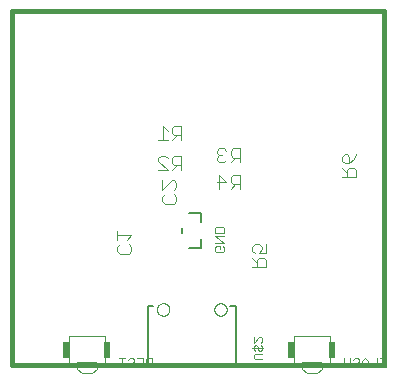
<source format=gbo>
G75*
%MOIN*%
%OFA0B0*%
%FSLAX25Y25*%
%IPPOS*%
%LPD*%
%AMOC8*
5,1,8,0,0,1.08239X$1,22.5*
%
%ADD10C,0.01600*%
%ADD11C,0.00500*%
%ADD12C,0.00400*%
%ADD13C,0.00200*%
%ADD14C,0.00000*%
%ADD15C,0.00394*%
%ADD16R,0.01969X0.05512*%
%ADD17C,0.00315*%
%ADD18C,0.00300*%
D10*
X0008250Y0005000D02*
X0008250Y0123110D01*
X0132266Y0123110D01*
X0132266Y0005000D01*
X0008250Y0005000D01*
D11*
X0053486Y0005000D02*
X0053486Y0024685D01*
X0055455Y0024685D01*
X0081045Y0024685D02*
X0083014Y0024685D01*
X0083014Y0005000D01*
X0071400Y0044250D02*
X0067250Y0044250D01*
X0071400Y0044250D02*
X0071400Y0047250D01*
X0071400Y0052750D02*
X0071400Y0055750D01*
X0067250Y0055750D01*
X0065100Y0050750D02*
X0065100Y0049250D01*
D12*
X0062287Y0058950D02*
X0059217Y0058950D01*
X0058450Y0059717D01*
X0058450Y0061252D01*
X0059217Y0062019D01*
X0058450Y0063554D02*
X0061519Y0066623D01*
X0062287Y0066623D01*
X0063054Y0065856D01*
X0063054Y0064321D01*
X0062287Y0063554D01*
X0062287Y0062019D02*
X0063054Y0061252D01*
X0063054Y0059717D01*
X0062287Y0058950D01*
X0058450Y0063554D02*
X0058450Y0066623D01*
X0057085Y0070200D02*
X0060154Y0070200D01*
X0057085Y0073269D01*
X0057085Y0074037D01*
X0057852Y0074804D01*
X0059387Y0074804D01*
X0060154Y0074037D01*
X0061689Y0074037D02*
X0061689Y0072502D01*
X0062456Y0071735D01*
X0064758Y0071735D01*
X0063223Y0071735D02*
X0061689Y0070200D01*
X0064758Y0070200D02*
X0064758Y0074804D01*
X0062456Y0074804D01*
X0061689Y0074037D01*
X0061689Y0080200D02*
X0063223Y0081735D01*
X0062456Y0081735D02*
X0064758Y0081735D01*
X0064758Y0080200D02*
X0064758Y0084804D01*
X0062456Y0084804D01*
X0061689Y0084037D01*
X0061689Y0082502D01*
X0062456Y0081735D01*
X0060154Y0080200D02*
X0057085Y0080200D01*
X0058619Y0080200D02*
X0058619Y0084804D01*
X0060154Y0083269D01*
X0076627Y0076537D02*
X0076627Y0075769D01*
X0077394Y0075002D01*
X0076627Y0074235D01*
X0076627Y0073467D01*
X0077394Y0072700D01*
X0078929Y0072700D01*
X0079696Y0073467D01*
X0081231Y0072700D02*
X0082765Y0074235D01*
X0081998Y0074235D02*
X0084300Y0074235D01*
X0084300Y0072700D02*
X0084300Y0077304D01*
X0081998Y0077304D01*
X0081231Y0076537D01*
X0081231Y0075002D01*
X0081998Y0074235D01*
X0079696Y0076537D02*
X0078929Y0077304D01*
X0077394Y0077304D01*
X0076627Y0076537D01*
X0077394Y0075002D02*
X0078161Y0075002D01*
X0077394Y0068554D02*
X0079696Y0066252D01*
X0076627Y0066252D01*
X0077394Y0063950D02*
X0077394Y0068554D01*
X0081231Y0067787D02*
X0081231Y0066252D01*
X0081998Y0065485D01*
X0084300Y0065485D01*
X0082765Y0065485D02*
X0081231Y0063950D01*
X0084300Y0063950D02*
X0084300Y0068554D01*
X0081998Y0068554D01*
X0081231Y0067787D01*
X0078536Y0051214D02*
X0076467Y0051214D01*
X0075950Y0050697D01*
X0075950Y0049145D01*
X0079053Y0049145D01*
X0079053Y0050697D01*
X0078536Y0051214D01*
X0079053Y0047991D02*
X0075950Y0047991D01*
X0079053Y0045923D01*
X0075950Y0045923D01*
X0076467Y0044768D02*
X0077501Y0044768D01*
X0077501Y0043734D01*
X0076467Y0042700D02*
X0075950Y0043217D01*
X0075950Y0044251D01*
X0076467Y0044768D01*
X0076467Y0042700D02*
X0078536Y0042700D01*
X0079053Y0043217D01*
X0079053Y0044251D01*
X0078536Y0044768D01*
X0088450Y0044606D02*
X0088450Y0043071D01*
X0089217Y0042304D01*
X0090752Y0042304D02*
X0091519Y0043839D01*
X0091519Y0044606D01*
X0090752Y0045373D01*
X0089217Y0045373D01*
X0088450Y0044606D01*
X0090752Y0042304D02*
X0093054Y0042304D01*
X0093054Y0045373D01*
X0092287Y0040769D02*
X0090752Y0040769D01*
X0089985Y0040002D01*
X0089985Y0037700D01*
X0088450Y0037700D02*
X0093054Y0037700D01*
X0093054Y0040002D01*
X0092287Y0040769D01*
X0089985Y0039235D02*
X0088450Y0040769D01*
X0118450Y0067700D02*
X0123054Y0067700D01*
X0123054Y0070002D01*
X0122287Y0070769D01*
X0120752Y0070769D01*
X0119985Y0070002D01*
X0119985Y0067700D01*
X0119985Y0069235D02*
X0118450Y0070769D01*
X0119217Y0072304D02*
X0118450Y0073071D01*
X0118450Y0074606D01*
X0119217Y0075373D01*
X0119985Y0075373D01*
X0120752Y0074606D01*
X0120752Y0072304D01*
X0119217Y0072304D01*
X0120752Y0072304D02*
X0122287Y0073839D01*
X0123054Y0075373D01*
X0048054Y0048381D02*
X0043450Y0048381D01*
X0043450Y0049915D02*
X0043450Y0046846D01*
X0046519Y0046846D02*
X0048054Y0048381D01*
X0047287Y0045311D02*
X0048054Y0044544D01*
X0048054Y0043009D01*
X0047287Y0042242D01*
X0044217Y0042242D01*
X0043450Y0043009D01*
X0043450Y0044544D01*
X0044217Y0045311D01*
D13*
X0088822Y0014461D02*
X0088822Y0012593D01*
X0090691Y0014461D01*
X0091158Y0014461D01*
X0091625Y0013994D01*
X0091625Y0013060D01*
X0091158Y0012593D01*
X0091158Y0011699D02*
X0091625Y0011232D01*
X0091625Y0010298D01*
X0091158Y0009831D01*
X0090691Y0009831D01*
X0090224Y0010298D01*
X0090224Y0011232D01*
X0089757Y0011699D01*
X0089290Y0011699D01*
X0088822Y0011232D01*
X0088822Y0010298D01*
X0089290Y0009831D01*
X0089290Y0008937D02*
X0091625Y0008937D01*
X0092092Y0010765D02*
X0088355Y0010765D01*
X0089290Y0008937D02*
X0088822Y0008470D01*
X0088822Y0007536D01*
X0089290Y0007069D01*
X0091625Y0007069D01*
D14*
X0075730Y0023622D02*
X0075732Y0023713D01*
X0075738Y0023803D01*
X0075748Y0023894D01*
X0075762Y0023983D01*
X0075780Y0024072D01*
X0075801Y0024161D01*
X0075827Y0024248D01*
X0075856Y0024334D01*
X0075890Y0024418D01*
X0075926Y0024501D01*
X0075967Y0024583D01*
X0076011Y0024662D01*
X0076058Y0024740D01*
X0076109Y0024815D01*
X0076163Y0024888D01*
X0076220Y0024958D01*
X0076280Y0025026D01*
X0076343Y0025092D01*
X0076409Y0025154D01*
X0076478Y0025213D01*
X0076549Y0025270D01*
X0076623Y0025323D01*
X0076699Y0025373D01*
X0076777Y0025420D01*
X0076857Y0025463D01*
X0076938Y0025502D01*
X0077022Y0025538D01*
X0077107Y0025570D01*
X0077193Y0025599D01*
X0077280Y0025623D01*
X0077369Y0025644D01*
X0077458Y0025661D01*
X0077548Y0025674D01*
X0077638Y0025683D01*
X0077729Y0025688D01*
X0077820Y0025689D01*
X0077910Y0025686D01*
X0078001Y0025679D01*
X0078091Y0025668D01*
X0078181Y0025653D01*
X0078270Y0025634D01*
X0078358Y0025612D01*
X0078444Y0025585D01*
X0078530Y0025555D01*
X0078614Y0025521D01*
X0078697Y0025483D01*
X0078778Y0025442D01*
X0078857Y0025397D01*
X0078934Y0025348D01*
X0079008Y0025297D01*
X0079081Y0025242D01*
X0079151Y0025184D01*
X0079218Y0025123D01*
X0079282Y0025059D01*
X0079344Y0024993D01*
X0079403Y0024923D01*
X0079458Y0024852D01*
X0079511Y0024777D01*
X0079560Y0024701D01*
X0079606Y0024623D01*
X0079648Y0024542D01*
X0079687Y0024460D01*
X0079722Y0024376D01*
X0079753Y0024291D01*
X0079780Y0024204D01*
X0079804Y0024117D01*
X0079824Y0024028D01*
X0079840Y0023939D01*
X0079852Y0023849D01*
X0079860Y0023758D01*
X0079864Y0023667D01*
X0079864Y0023577D01*
X0079860Y0023486D01*
X0079852Y0023395D01*
X0079840Y0023305D01*
X0079824Y0023216D01*
X0079804Y0023127D01*
X0079780Y0023040D01*
X0079753Y0022953D01*
X0079722Y0022868D01*
X0079687Y0022784D01*
X0079648Y0022702D01*
X0079606Y0022621D01*
X0079560Y0022543D01*
X0079511Y0022467D01*
X0079458Y0022392D01*
X0079403Y0022321D01*
X0079344Y0022251D01*
X0079282Y0022185D01*
X0079218Y0022121D01*
X0079151Y0022060D01*
X0079081Y0022002D01*
X0079008Y0021947D01*
X0078934Y0021896D01*
X0078857Y0021847D01*
X0078778Y0021802D01*
X0078697Y0021761D01*
X0078614Y0021723D01*
X0078530Y0021689D01*
X0078444Y0021659D01*
X0078358Y0021632D01*
X0078270Y0021610D01*
X0078181Y0021591D01*
X0078091Y0021576D01*
X0078001Y0021565D01*
X0077910Y0021558D01*
X0077820Y0021555D01*
X0077729Y0021556D01*
X0077638Y0021561D01*
X0077548Y0021570D01*
X0077458Y0021583D01*
X0077369Y0021600D01*
X0077280Y0021621D01*
X0077193Y0021645D01*
X0077107Y0021674D01*
X0077022Y0021706D01*
X0076938Y0021742D01*
X0076857Y0021781D01*
X0076777Y0021824D01*
X0076699Y0021871D01*
X0076623Y0021921D01*
X0076549Y0021974D01*
X0076478Y0022031D01*
X0076409Y0022090D01*
X0076343Y0022152D01*
X0076280Y0022218D01*
X0076220Y0022286D01*
X0076163Y0022356D01*
X0076109Y0022429D01*
X0076058Y0022504D01*
X0076011Y0022582D01*
X0075967Y0022661D01*
X0075926Y0022743D01*
X0075890Y0022826D01*
X0075856Y0022910D01*
X0075827Y0022996D01*
X0075801Y0023083D01*
X0075780Y0023172D01*
X0075762Y0023261D01*
X0075748Y0023350D01*
X0075738Y0023441D01*
X0075732Y0023531D01*
X0075730Y0023622D01*
X0056636Y0023622D02*
X0056638Y0023713D01*
X0056644Y0023803D01*
X0056654Y0023894D01*
X0056668Y0023983D01*
X0056686Y0024072D01*
X0056707Y0024161D01*
X0056733Y0024248D01*
X0056762Y0024334D01*
X0056796Y0024418D01*
X0056832Y0024501D01*
X0056873Y0024583D01*
X0056917Y0024662D01*
X0056964Y0024740D01*
X0057015Y0024815D01*
X0057069Y0024888D01*
X0057126Y0024958D01*
X0057186Y0025026D01*
X0057249Y0025092D01*
X0057315Y0025154D01*
X0057384Y0025213D01*
X0057455Y0025270D01*
X0057529Y0025323D01*
X0057605Y0025373D01*
X0057683Y0025420D01*
X0057763Y0025463D01*
X0057844Y0025502D01*
X0057928Y0025538D01*
X0058013Y0025570D01*
X0058099Y0025599D01*
X0058186Y0025623D01*
X0058275Y0025644D01*
X0058364Y0025661D01*
X0058454Y0025674D01*
X0058544Y0025683D01*
X0058635Y0025688D01*
X0058726Y0025689D01*
X0058816Y0025686D01*
X0058907Y0025679D01*
X0058997Y0025668D01*
X0059087Y0025653D01*
X0059176Y0025634D01*
X0059264Y0025612D01*
X0059350Y0025585D01*
X0059436Y0025555D01*
X0059520Y0025521D01*
X0059603Y0025483D01*
X0059684Y0025442D01*
X0059763Y0025397D01*
X0059840Y0025348D01*
X0059914Y0025297D01*
X0059987Y0025242D01*
X0060057Y0025184D01*
X0060124Y0025123D01*
X0060188Y0025059D01*
X0060250Y0024993D01*
X0060309Y0024923D01*
X0060364Y0024852D01*
X0060417Y0024777D01*
X0060466Y0024701D01*
X0060512Y0024623D01*
X0060554Y0024542D01*
X0060593Y0024460D01*
X0060628Y0024376D01*
X0060659Y0024291D01*
X0060686Y0024204D01*
X0060710Y0024117D01*
X0060730Y0024028D01*
X0060746Y0023939D01*
X0060758Y0023849D01*
X0060766Y0023758D01*
X0060770Y0023667D01*
X0060770Y0023577D01*
X0060766Y0023486D01*
X0060758Y0023395D01*
X0060746Y0023305D01*
X0060730Y0023216D01*
X0060710Y0023127D01*
X0060686Y0023040D01*
X0060659Y0022953D01*
X0060628Y0022868D01*
X0060593Y0022784D01*
X0060554Y0022702D01*
X0060512Y0022621D01*
X0060466Y0022543D01*
X0060417Y0022467D01*
X0060364Y0022392D01*
X0060309Y0022321D01*
X0060250Y0022251D01*
X0060188Y0022185D01*
X0060124Y0022121D01*
X0060057Y0022060D01*
X0059987Y0022002D01*
X0059914Y0021947D01*
X0059840Y0021896D01*
X0059763Y0021847D01*
X0059684Y0021802D01*
X0059603Y0021761D01*
X0059520Y0021723D01*
X0059436Y0021689D01*
X0059350Y0021659D01*
X0059264Y0021632D01*
X0059176Y0021610D01*
X0059087Y0021591D01*
X0058997Y0021576D01*
X0058907Y0021565D01*
X0058816Y0021558D01*
X0058726Y0021555D01*
X0058635Y0021556D01*
X0058544Y0021561D01*
X0058454Y0021570D01*
X0058364Y0021583D01*
X0058275Y0021600D01*
X0058186Y0021621D01*
X0058099Y0021645D01*
X0058013Y0021674D01*
X0057928Y0021706D01*
X0057844Y0021742D01*
X0057763Y0021781D01*
X0057683Y0021824D01*
X0057605Y0021871D01*
X0057529Y0021921D01*
X0057455Y0021974D01*
X0057384Y0022031D01*
X0057315Y0022090D01*
X0057249Y0022152D01*
X0057186Y0022218D01*
X0057126Y0022286D01*
X0057069Y0022356D01*
X0057015Y0022429D01*
X0056964Y0022504D01*
X0056917Y0022582D01*
X0056873Y0022661D01*
X0056832Y0022743D01*
X0056796Y0022826D01*
X0056762Y0022910D01*
X0056733Y0022996D01*
X0056707Y0023083D01*
X0056686Y0023172D01*
X0056668Y0023261D01*
X0056654Y0023350D01*
X0056644Y0023441D01*
X0056638Y0023531D01*
X0056636Y0023622D01*
D15*
X0039156Y0014921D02*
X0027344Y0014921D01*
X0027344Y0005079D01*
X0029904Y0005079D01*
X0029904Y0005669D01*
X0029903Y0005669D02*
X0029905Y0005708D01*
X0029911Y0005746D01*
X0029920Y0005783D01*
X0029933Y0005820D01*
X0029950Y0005855D01*
X0029969Y0005888D01*
X0029992Y0005919D01*
X0030018Y0005948D01*
X0030047Y0005974D01*
X0030078Y0005997D01*
X0030111Y0006016D01*
X0030146Y0006033D01*
X0030183Y0006046D01*
X0030220Y0006055D01*
X0030258Y0006061D01*
X0030297Y0006063D01*
X0036203Y0006063D01*
X0036242Y0006061D01*
X0036280Y0006055D01*
X0036317Y0006046D01*
X0036354Y0006033D01*
X0036389Y0006016D01*
X0036422Y0005997D01*
X0036453Y0005974D01*
X0036482Y0005948D01*
X0036508Y0005919D01*
X0036531Y0005888D01*
X0036550Y0005855D01*
X0036567Y0005820D01*
X0036580Y0005783D01*
X0036589Y0005746D01*
X0036595Y0005708D01*
X0036597Y0005669D01*
X0036596Y0005669D02*
X0036596Y0005079D01*
X0039156Y0005079D01*
X0039156Y0014921D01*
X0102344Y0014921D02*
X0102344Y0005079D01*
X0104904Y0005079D01*
X0104904Y0005669D01*
X0104903Y0005669D02*
X0104905Y0005708D01*
X0104911Y0005746D01*
X0104920Y0005783D01*
X0104933Y0005820D01*
X0104950Y0005855D01*
X0104969Y0005888D01*
X0104992Y0005919D01*
X0105018Y0005948D01*
X0105047Y0005974D01*
X0105078Y0005997D01*
X0105111Y0006016D01*
X0105146Y0006033D01*
X0105183Y0006046D01*
X0105220Y0006055D01*
X0105258Y0006061D01*
X0105297Y0006063D01*
X0111203Y0006063D01*
X0111242Y0006061D01*
X0111280Y0006055D01*
X0111317Y0006046D01*
X0111354Y0006033D01*
X0111389Y0006016D01*
X0111422Y0005997D01*
X0111453Y0005974D01*
X0111482Y0005948D01*
X0111508Y0005919D01*
X0111531Y0005888D01*
X0111550Y0005855D01*
X0111567Y0005820D01*
X0111580Y0005783D01*
X0111589Y0005746D01*
X0111595Y0005708D01*
X0111597Y0005669D01*
X0111596Y0005669D02*
X0111596Y0005079D01*
X0114156Y0005079D01*
X0114156Y0014921D01*
X0102344Y0014921D01*
D16*
X0101360Y0010000D03*
X0115140Y0010000D03*
X0040140Y0010000D03*
X0026360Y0010000D03*
D17*
X0029904Y0005079D02*
X0029904Y0003898D01*
X0031478Y0002323D01*
X0035022Y0002323D01*
X0036596Y0003898D01*
X0036596Y0005079D01*
X0104904Y0005079D02*
X0104904Y0003898D01*
X0106478Y0002323D01*
X0110022Y0002323D01*
X0111596Y0003898D01*
X0111596Y0005079D01*
D18*
X0119112Y0004450D02*
X0119112Y0007352D01*
X0119112Y0005901D02*
X0121047Y0005901D01*
X0122058Y0005417D02*
X0122058Y0004934D01*
X0122542Y0004450D01*
X0123509Y0004450D01*
X0123993Y0004934D01*
X0123509Y0005901D02*
X0122542Y0005901D01*
X0122058Y0005417D01*
X0121047Y0004450D02*
X0121047Y0007352D01*
X0122058Y0006869D02*
X0122542Y0007352D01*
X0123509Y0007352D01*
X0123993Y0006869D01*
X0123993Y0006385D01*
X0123509Y0005901D01*
X0125005Y0005901D02*
X0126940Y0005901D01*
X0126940Y0006385D02*
X0125972Y0007352D01*
X0125005Y0006385D01*
X0125005Y0004450D01*
X0126940Y0004450D02*
X0126940Y0006385D01*
X0129886Y0007352D02*
X0129886Y0004450D01*
X0127951Y0004450D01*
X0130898Y0007352D02*
X0132833Y0007352D01*
X0132833Y0004450D01*
X0132833Y0005901D02*
X0131865Y0005901D01*
X0054886Y0005417D02*
X0053435Y0005417D01*
X0052951Y0005901D01*
X0052951Y0006869D01*
X0053435Y0007352D01*
X0054886Y0007352D01*
X0054886Y0004450D01*
X0053919Y0005417D02*
X0052951Y0004450D01*
X0051940Y0004450D02*
X0050005Y0004450D01*
X0048993Y0004934D02*
X0048509Y0004450D01*
X0047542Y0004450D01*
X0047058Y0004934D01*
X0047058Y0005417D01*
X0047542Y0005901D01*
X0048509Y0005901D01*
X0048993Y0006385D01*
X0048993Y0006869D01*
X0048509Y0007352D01*
X0047542Y0007352D01*
X0047058Y0006869D01*
X0046047Y0007352D02*
X0044112Y0007352D01*
X0045079Y0007352D02*
X0045079Y0004450D01*
X0050005Y0007352D02*
X0051940Y0007352D01*
X0051940Y0004450D01*
X0051940Y0005901D02*
X0050972Y0005901D01*
M02*

</source>
